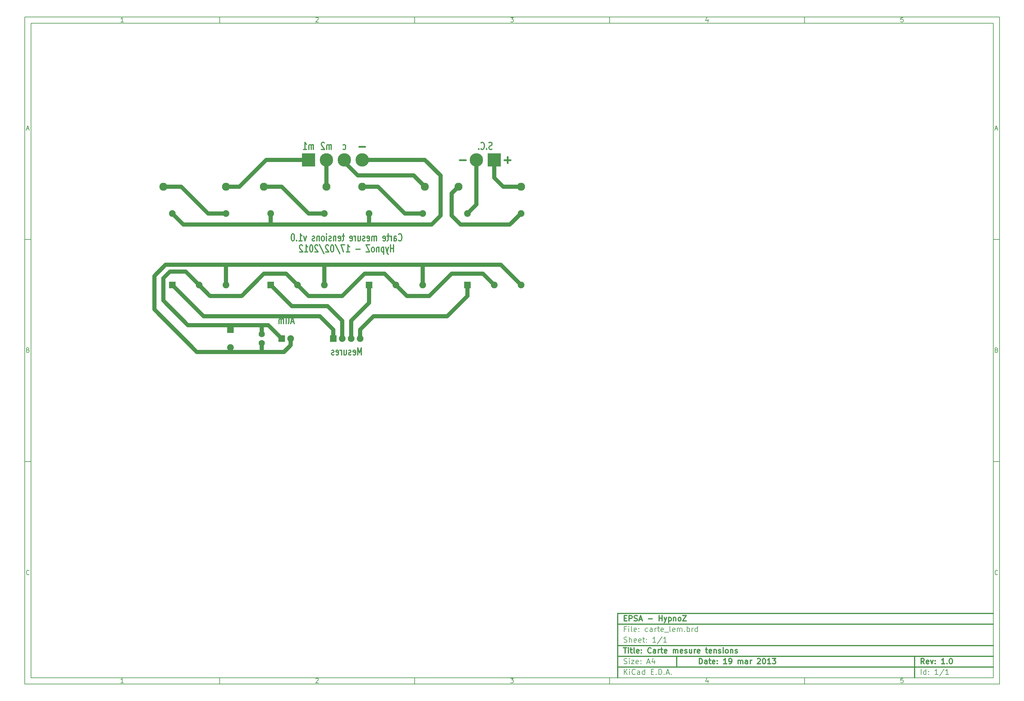
<source format=gbl>
G04 (created by PCBNEW-RS274X (2012-01-19 BZR 3256)-stable) date 19/03/2013 14:42:43*
G01*
G70*
G90*
%MOIN*%
G04 Gerber Fmt 3.4, Leading zero omitted, Abs format*
%FSLAX34Y34*%
G04 APERTURE LIST*
%ADD10C,0.006000*%
%ADD11C,0.012000*%
%ADD12C,0.020000*%
%ADD13R,0.075000X0.075000*%
%ADD14C,0.075000*%
%ADD15C,0.070000*%
%ADD16R,0.150000X0.150000*%
%ADD17C,0.150000*%
%ADD18C,0.090000*%
%ADD19C,0.045000*%
G04 APERTURE END LIST*
G54D10*
X04000Y-04000D02*
X113000Y-04000D01*
X113000Y-78670D01*
X04000Y-78670D01*
X04000Y-04000D01*
X04700Y-04700D02*
X112300Y-04700D01*
X112300Y-77970D01*
X04700Y-77970D01*
X04700Y-04700D01*
X25800Y-04000D02*
X25800Y-04700D01*
X15043Y-04552D02*
X14757Y-04552D01*
X14900Y-04552D02*
X14900Y-04052D01*
X14852Y-04124D01*
X14805Y-04171D01*
X14757Y-04195D01*
X25800Y-78670D02*
X25800Y-77970D01*
X15043Y-78522D02*
X14757Y-78522D01*
X14900Y-78522D02*
X14900Y-78022D01*
X14852Y-78094D01*
X14805Y-78141D01*
X14757Y-78165D01*
X47600Y-04000D02*
X47600Y-04700D01*
X36557Y-04100D02*
X36581Y-04076D01*
X36629Y-04052D01*
X36748Y-04052D01*
X36795Y-04076D01*
X36819Y-04100D01*
X36843Y-04148D01*
X36843Y-04195D01*
X36819Y-04267D01*
X36533Y-04552D01*
X36843Y-04552D01*
X47600Y-78670D02*
X47600Y-77970D01*
X36557Y-78070D02*
X36581Y-78046D01*
X36629Y-78022D01*
X36748Y-78022D01*
X36795Y-78046D01*
X36819Y-78070D01*
X36843Y-78118D01*
X36843Y-78165D01*
X36819Y-78237D01*
X36533Y-78522D01*
X36843Y-78522D01*
X69400Y-04000D02*
X69400Y-04700D01*
X58333Y-04052D02*
X58643Y-04052D01*
X58476Y-04243D01*
X58548Y-04243D01*
X58595Y-04267D01*
X58619Y-04290D01*
X58643Y-04338D01*
X58643Y-04457D01*
X58619Y-04505D01*
X58595Y-04529D01*
X58548Y-04552D01*
X58405Y-04552D01*
X58357Y-04529D01*
X58333Y-04505D01*
X69400Y-78670D02*
X69400Y-77970D01*
X58333Y-78022D02*
X58643Y-78022D01*
X58476Y-78213D01*
X58548Y-78213D01*
X58595Y-78237D01*
X58619Y-78260D01*
X58643Y-78308D01*
X58643Y-78427D01*
X58619Y-78475D01*
X58595Y-78499D01*
X58548Y-78522D01*
X58405Y-78522D01*
X58357Y-78499D01*
X58333Y-78475D01*
X91200Y-04000D02*
X91200Y-04700D01*
X80395Y-04219D02*
X80395Y-04552D01*
X80276Y-04029D02*
X80157Y-04386D01*
X80467Y-04386D01*
X91200Y-78670D02*
X91200Y-77970D01*
X80395Y-78189D02*
X80395Y-78522D01*
X80276Y-77999D02*
X80157Y-78356D01*
X80467Y-78356D01*
X102219Y-04052D02*
X101981Y-04052D01*
X101957Y-04290D01*
X101981Y-04267D01*
X102029Y-04243D01*
X102148Y-04243D01*
X102195Y-04267D01*
X102219Y-04290D01*
X102243Y-04338D01*
X102243Y-04457D01*
X102219Y-04505D01*
X102195Y-04529D01*
X102148Y-04552D01*
X102029Y-04552D01*
X101981Y-04529D01*
X101957Y-04505D01*
X102219Y-78022D02*
X101981Y-78022D01*
X101957Y-78260D01*
X101981Y-78237D01*
X102029Y-78213D01*
X102148Y-78213D01*
X102195Y-78237D01*
X102219Y-78260D01*
X102243Y-78308D01*
X102243Y-78427D01*
X102219Y-78475D01*
X102195Y-78499D01*
X102148Y-78522D01*
X102029Y-78522D01*
X101981Y-78499D01*
X101957Y-78475D01*
X04000Y-28890D02*
X04700Y-28890D01*
X04231Y-16510D02*
X04469Y-16510D01*
X04184Y-16652D02*
X04350Y-16152D01*
X04517Y-16652D01*
X113000Y-28890D02*
X112300Y-28890D01*
X112531Y-16510D02*
X112769Y-16510D01*
X112484Y-16652D02*
X112650Y-16152D01*
X112817Y-16652D01*
X04000Y-53780D02*
X04700Y-53780D01*
X04386Y-41280D02*
X04457Y-41304D01*
X04481Y-41328D01*
X04505Y-41376D01*
X04505Y-41447D01*
X04481Y-41495D01*
X04457Y-41519D01*
X04410Y-41542D01*
X04219Y-41542D01*
X04219Y-41042D01*
X04386Y-41042D01*
X04433Y-41066D01*
X04457Y-41090D01*
X04481Y-41138D01*
X04481Y-41185D01*
X04457Y-41233D01*
X04433Y-41257D01*
X04386Y-41280D01*
X04219Y-41280D01*
X113000Y-53780D02*
X112300Y-53780D01*
X112686Y-41280D02*
X112757Y-41304D01*
X112781Y-41328D01*
X112805Y-41376D01*
X112805Y-41447D01*
X112781Y-41495D01*
X112757Y-41519D01*
X112710Y-41542D01*
X112519Y-41542D01*
X112519Y-41042D01*
X112686Y-41042D01*
X112733Y-41066D01*
X112757Y-41090D01*
X112781Y-41138D01*
X112781Y-41185D01*
X112757Y-41233D01*
X112733Y-41257D01*
X112686Y-41280D01*
X112519Y-41280D01*
X04505Y-66385D02*
X04481Y-66409D01*
X04410Y-66432D01*
X04362Y-66432D01*
X04290Y-66409D01*
X04243Y-66361D01*
X04219Y-66313D01*
X04195Y-66218D01*
X04195Y-66147D01*
X04219Y-66051D01*
X04243Y-66004D01*
X04290Y-65956D01*
X04362Y-65932D01*
X04410Y-65932D01*
X04481Y-65956D01*
X04505Y-65980D01*
X112805Y-66385D02*
X112781Y-66409D01*
X112710Y-66432D01*
X112662Y-66432D01*
X112590Y-66409D01*
X112543Y-66361D01*
X112519Y-66313D01*
X112495Y-66218D01*
X112495Y-66147D01*
X112519Y-66051D01*
X112543Y-66004D01*
X112590Y-65956D01*
X112662Y-65932D01*
X112710Y-65932D01*
X112781Y-65956D01*
X112805Y-65980D01*
G54D11*
X79443Y-76413D02*
X79443Y-75813D01*
X79586Y-75813D01*
X79671Y-75841D01*
X79729Y-75899D01*
X79757Y-75956D01*
X79786Y-76070D01*
X79786Y-76156D01*
X79757Y-76270D01*
X79729Y-76327D01*
X79671Y-76384D01*
X79586Y-76413D01*
X79443Y-76413D01*
X80300Y-76413D02*
X80300Y-76099D01*
X80271Y-76041D01*
X80214Y-76013D01*
X80100Y-76013D01*
X80043Y-76041D01*
X80300Y-76384D02*
X80243Y-76413D01*
X80100Y-76413D01*
X80043Y-76384D01*
X80014Y-76327D01*
X80014Y-76270D01*
X80043Y-76213D01*
X80100Y-76184D01*
X80243Y-76184D01*
X80300Y-76156D01*
X80500Y-76013D02*
X80729Y-76013D01*
X80586Y-75813D02*
X80586Y-76327D01*
X80614Y-76384D01*
X80672Y-76413D01*
X80729Y-76413D01*
X81157Y-76384D02*
X81100Y-76413D01*
X80986Y-76413D01*
X80929Y-76384D01*
X80900Y-76327D01*
X80900Y-76099D01*
X80929Y-76041D01*
X80986Y-76013D01*
X81100Y-76013D01*
X81157Y-76041D01*
X81186Y-76099D01*
X81186Y-76156D01*
X80900Y-76213D01*
X81443Y-76356D02*
X81471Y-76384D01*
X81443Y-76413D01*
X81414Y-76384D01*
X81443Y-76356D01*
X81443Y-76413D01*
X81443Y-76041D02*
X81471Y-76070D01*
X81443Y-76099D01*
X81414Y-76070D01*
X81443Y-76041D01*
X81443Y-76099D01*
X82500Y-76413D02*
X82157Y-76413D01*
X82329Y-76413D02*
X82329Y-75813D01*
X82272Y-75899D01*
X82214Y-75956D01*
X82157Y-75984D01*
X82785Y-76413D02*
X82900Y-76413D01*
X82957Y-76384D01*
X82985Y-76356D01*
X83043Y-76270D01*
X83071Y-76156D01*
X83071Y-75927D01*
X83043Y-75870D01*
X83014Y-75841D01*
X82957Y-75813D01*
X82843Y-75813D01*
X82785Y-75841D01*
X82757Y-75870D01*
X82728Y-75927D01*
X82728Y-76070D01*
X82757Y-76127D01*
X82785Y-76156D01*
X82843Y-76184D01*
X82957Y-76184D01*
X83014Y-76156D01*
X83043Y-76127D01*
X83071Y-76070D01*
X83785Y-76413D02*
X83785Y-76013D01*
X83785Y-76070D02*
X83813Y-76041D01*
X83871Y-76013D01*
X83956Y-76013D01*
X84013Y-76041D01*
X84042Y-76099D01*
X84042Y-76413D01*
X84042Y-76099D02*
X84071Y-76041D01*
X84128Y-76013D01*
X84213Y-76013D01*
X84271Y-76041D01*
X84299Y-76099D01*
X84299Y-76413D01*
X84842Y-76413D02*
X84842Y-76099D01*
X84813Y-76041D01*
X84756Y-76013D01*
X84642Y-76013D01*
X84585Y-76041D01*
X84842Y-76384D02*
X84785Y-76413D01*
X84642Y-76413D01*
X84585Y-76384D01*
X84556Y-76327D01*
X84556Y-76270D01*
X84585Y-76213D01*
X84642Y-76184D01*
X84785Y-76184D01*
X84842Y-76156D01*
X85128Y-76413D02*
X85128Y-76013D01*
X85128Y-76127D02*
X85156Y-76070D01*
X85185Y-76041D01*
X85242Y-76013D01*
X85299Y-76013D01*
X85927Y-75870D02*
X85956Y-75841D01*
X86013Y-75813D01*
X86156Y-75813D01*
X86213Y-75841D01*
X86242Y-75870D01*
X86270Y-75927D01*
X86270Y-75984D01*
X86242Y-76070D01*
X85899Y-76413D01*
X86270Y-76413D01*
X86641Y-75813D02*
X86698Y-75813D01*
X86755Y-75841D01*
X86784Y-75870D01*
X86813Y-75927D01*
X86841Y-76041D01*
X86841Y-76184D01*
X86813Y-76299D01*
X86784Y-76356D01*
X86755Y-76384D01*
X86698Y-76413D01*
X86641Y-76413D01*
X86584Y-76384D01*
X86555Y-76356D01*
X86527Y-76299D01*
X86498Y-76184D01*
X86498Y-76041D01*
X86527Y-75927D01*
X86555Y-75870D01*
X86584Y-75841D01*
X86641Y-75813D01*
X87412Y-76413D02*
X87069Y-76413D01*
X87241Y-76413D02*
X87241Y-75813D01*
X87184Y-75899D01*
X87126Y-75956D01*
X87069Y-75984D01*
X87612Y-75813D02*
X87983Y-75813D01*
X87783Y-76041D01*
X87869Y-76041D01*
X87926Y-76070D01*
X87955Y-76099D01*
X87983Y-76156D01*
X87983Y-76299D01*
X87955Y-76356D01*
X87926Y-76384D01*
X87869Y-76413D01*
X87697Y-76413D01*
X87640Y-76384D01*
X87612Y-76356D01*
G54D10*
X71043Y-77613D02*
X71043Y-77013D01*
X71386Y-77613D02*
X71129Y-77270D01*
X71386Y-77013D02*
X71043Y-77356D01*
X71643Y-77613D02*
X71643Y-77213D01*
X71643Y-77013D02*
X71614Y-77041D01*
X71643Y-77070D01*
X71671Y-77041D01*
X71643Y-77013D01*
X71643Y-77070D01*
X72272Y-77556D02*
X72243Y-77584D01*
X72157Y-77613D01*
X72100Y-77613D01*
X72015Y-77584D01*
X71957Y-77527D01*
X71929Y-77470D01*
X71900Y-77356D01*
X71900Y-77270D01*
X71929Y-77156D01*
X71957Y-77099D01*
X72015Y-77041D01*
X72100Y-77013D01*
X72157Y-77013D01*
X72243Y-77041D01*
X72272Y-77070D01*
X72786Y-77613D02*
X72786Y-77299D01*
X72757Y-77241D01*
X72700Y-77213D01*
X72586Y-77213D01*
X72529Y-77241D01*
X72786Y-77584D02*
X72729Y-77613D01*
X72586Y-77613D01*
X72529Y-77584D01*
X72500Y-77527D01*
X72500Y-77470D01*
X72529Y-77413D01*
X72586Y-77384D01*
X72729Y-77384D01*
X72786Y-77356D01*
X73329Y-77613D02*
X73329Y-77013D01*
X73329Y-77584D02*
X73272Y-77613D01*
X73158Y-77613D01*
X73100Y-77584D01*
X73072Y-77556D01*
X73043Y-77499D01*
X73043Y-77327D01*
X73072Y-77270D01*
X73100Y-77241D01*
X73158Y-77213D01*
X73272Y-77213D01*
X73329Y-77241D01*
X74072Y-77299D02*
X74272Y-77299D01*
X74358Y-77613D02*
X74072Y-77613D01*
X74072Y-77013D01*
X74358Y-77013D01*
X74615Y-77556D02*
X74643Y-77584D01*
X74615Y-77613D01*
X74586Y-77584D01*
X74615Y-77556D01*
X74615Y-77613D01*
X74901Y-77613D02*
X74901Y-77013D01*
X75044Y-77013D01*
X75129Y-77041D01*
X75187Y-77099D01*
X75215Y-77156D01*
X75244Y-77270D01*
X75244Y-77356D01*
X75215Y-77470D01*
X75187Y-77527D01*
X75129Y-77584D01*
X75044Y-77613D01*
X74901Y-77613D01*
X75501Y-77556D02*
X75529Y-77584D01*
X75501Y-77613D01*
X75472Y-77584D01*
X75501Y-77556D01*
X75501Y-77613D01*
X75758Y-77441D02*
X76044Y-77441D01*
X75701Y-77613D02*
X75901Y-77013D01*
X76101Y-77613D01*
X76301Y-77556D02*
X76329Y-77584D01*
X76301Y-77613D01*
X76272Y-77584D01*
X76301Y-77556D01*
X76301Y-77613D01*
G54D11*
X104586Y-76413D02*
X104386Y-76127D01*
X104243Y-76413D02*
X104243Y-75813D01*
X104471Y-75813D01*
X104529Y-75841D01*
X104557Y-75870D01*
X104586Y-75927D01*
X104586Y-76013D01*
X104557Y-76070D01*
X104529Y-76099D01*
X104471Y-76127D01*
X104243Y-76127D01*
X105071Y-76384D02*
X105014Y-76413D01*
X104900Y-76413D01*
X104843Y-76384D01*
X104814Y-76327D01*
X104814Y-76099D01*
X104843Y-76041D01*
X104900Y-76013D01*
X105014Y-76013D01*
X105071Y-76041D01*
X105100Y-76099D01*
X105100Y-76156D01*
X104814Y-76213D01*
X105300Y-76013D02*
X105443Y-76413D01*
X105585Y-76013D01*
X105814Y-76356D02*
X105842Y-76384D01*
X105814Y-76413D01*
X105785Y-76384D01*
X105814Y-76356D01*
X105814Y-76413D01*
X105814Y-76041D02*
X105842Y-76070D01*
X105814Y-76099D01*
X105785Y-76070D01*
X105814Y-76041D01*
X105814Y-76099D01*
X106871Y-76413D02*
X106528Y-76413D01*
X106700Y-76413D02*
X106700Y-75813D01*
X106643Y-75899D01*
X106585Y-75956D01*
X106528Y-75984D01*
X107128Y-76356D02*
X107156Y-76384D01*
X107128Y-76413D01*
X107099Y-76384D01*
X107128Y-76356D01*
X107128Y-76413D01*
X107528Y-75813D02*
X107585Y-75813D01*
X107642Y-75841D01*
X107671Y-75870D01*
X107700Y-75927D01*
X107728Y-76041D01*
X107728Y-76184D01*
X107700Y-76299D01*
X107671Y-76356D01*
X107642Y-76384D01*
X107585Y-76413D01*
X107528Y-76413D01*
X107471Y-76384D01*
X107442Y-76356D01*
X107414Y-76299D01*
X107385Y-76184D01*
X107385Y-76041D01*
X107414Y-75927D01*
X107442Y-75870D01*
X107471Y-75841D01*
X107528Y-75813D01*
G54D10*
X71014Y-76384D02*
X71100Y-76413D01*
X71243Y-76413D01*
X71300Y-76384D01*
X71329Y-76356D01*
X71357Y-76299D01*
X71357Y-76241D01*
X71329Y-76184D01*
X71300Y-76156D01*
X71243Y-76127D01*
X71129Y-76099D01*
X71071Y-76070D01*
X71043Y-76041D01*
X71014Y-75984D01*
X71014Y-75927D01*
X71043Y-75870D01*
X71071Y-75841D01*
X71129Y-75813D01*
X71271Y-75813D01*
X71357Y-75841D01*
X71614Y-76413D02*
X71614Y-76013D01*
X71614Y-75813D02*
X71585Y-75841D01*
X71614Y-75870D01*
X71642Y-75841D01*
X71614Y-75813D01*
X71614Y-75870D01*
X71843Y-76013D02*
X72157Y-76013D01*
X71843Y-76413D01*
X72157Y-76413D01*
X72614Y-76384D02*
X72557Y-76413D01*
X72443Y-76413D01*
X72386Y-76384D01*
X72357Y-76327D01*
X72357Y-76099D01*
X72386Y-76041D01*
X72443Y-76013D01*
X72557Y-76013D01*
X72614Y-76041D01*
X72643Y-76099D01*
X72643Y-76156D01*
X72357Y-76213D01*
X72900Y-76356D02*
X72928Y-76384D01*
X72900Y-76413D01*
X72871Y-76384D01*
X72900Y-76356D01*
X72900Y-76413D01*
X72900Y-76041D02*
X72928Y-76070D01*
X72900Y-76099D01*
X72871Y-76070D01*
X72900Y-76041D01*
X72900Y-76099D01*
X73614Y-76241D02*
X73900Y-76241D01*
X73557Y-76413D02*
X73757Y-75813D01*
X73957Y-76413D01*
X74414Y-76013D02*
X74414Y-76413D01*
X74271Y-75784D02*
X74128Y-76213D01*
X74500Y-76213D01*
X104243Y-77613D02*
X104243Y-77013D01*
X104786Y-77613D02*
X104786Y-77013D01*
X104786Y-77584D02*
X104729Y-77613D01*
X104615Y-77613D01*
X104557Y-77584D01*
X104529Y-77556D01*
X104500Y-77499D01*
X104500Y-77327D01*
X104529Y-77270D01*
X104557Y-77241D01*
X104615Y-77213D01*
X104729Y-77213D01*
X104786Y-77241D01*
X105072Y-77556D02*
X105100Y-77584D01*
X105072Y-77613D01*
X105043Y-77584D01*
X105072Y-77556D01*
X105072Y-77613D01*
X105072Y-77241D02*
X105100Y-77270D01*
X105072Y-77299D01*
X105043Y-77270D01*
X105072Y-77241D01*
X105072Y-77299D01*
X106129Y-77613D02*
X105786Y-77613D01*
X105958Y-77613D02*
X105958Y-77013D01*
X105901Y-77099D01*
X105843Y-77156D01*
X105786Y-77184D01*
X106814Y-76984D02*
X106300Y-77756D01*
X107329Y-77613D02*
X106986Y-77613D01*
X107158Y-77613D02*
X107158Y-77013D01*
X107101Y-77099D01*
X107043Y-77156D01*
X106986Y-77184D01*
G54D11*
X70957Y-74613D02*
X71300Y-74613D01*
X71129Y-75213D02*
X71129Y-74613D01*
X71500Y-75213D02*
X71500Y-74813D01*
X71500Y-74613D02*
X71471Y-74641D01*
X71500Y-74670D01*
X71528Y-74641D01*
X71500Y-74613D01*
X71500Y-74670D01*
X71700Y-74813D02*
X71929Y-74813D01*
X71786Y-74613D02*
X71786Y-75127D01*
X71814Y-75184D01*
X71872Y-75213D01*
X71929Y-75213D01*
X72215Y-75213D02*
X72157Y-75184D01*
X72129Y-75127D01*
X72129Y-74613D01*
X72671Y-75184D02*
X72614Y-75213D01*
X72500Y-75213D01*
X72443Y-75184D01*
X72414Y-75127D01*
X72414Y-74899D01*
X72443Y-74841D01*
X72500Y-74813D01*
X72614Y-74813D01*
X72671Y-74841D01*
X72700Y-74899D01*
X72700Y-74956D01*
X72414Y-75013D01*
X72957Y-75156D02*
X72985Y-75184D01*
X72957Y-75213D01*
X72928Y-75184D01*
X72957Y-75156D01*
X72957Y-75213D01*
X72957Y-74841D02*
X72985Y-74870D01*
X72957Y-74899D01*
X72928Y-74870D01*
X72957Y-74841D01*
X72957Y-74899D01*
X74043Y-75156D02*
X74014Y-75184D01*
X73928Y-75213D01*
X73871Y-75213D01*
X73786Y-75184D01*
X73728Y-75127D01*
X73700Y-75070D01*
X73671Y-74956D01*
X73671Y-74870D01*
X73700Y-74756D01*
X73728Y-74699D01*
X73786Y-74641D01*
X73871Y-74613D01*
X73928Y-74613D01*
X74014Y-74641D01*
X74043Y-74670D01*
X74557Y-75213D02*
X74557Y-74899D01*
X74528Y-74841D01*
X74471Y-74813D01*
X74357Y-74813D01*
X74300Y-74841D01*
X74557Y-75184D02*
X74500Y-75213D01*
X74357Y-75213D01*
X74300Y-75184D01*
X74271Y-75127D01*
X74271Y-75070D01*
X74300Y-75013D01*
X74357Y-74984D01*
X74500Y-74984D01*
X74557Y-74956D01*
X74843Y-75213D02*
X74843Y-74813D01*
X74843Y-74927D02*
X74871Y-74870D01*
X74900Y-74841D01*
X74957Y-74813D01*
X75014Y-74813D01*
X75128Y-74813D02*
X75357Y-74813D01*
X75214Y-74613D02*
X75214Y-75127D01*
X75242Y-75184D01*
X75300Y-75213D01*
X75357Y-75213D01*
X75785Y-75184D02*
X75728Y-75213D01*
X75614Y-75213D01*
X75557Y-75184D01*
X75528Y-75127D01*
X75528Y-74899D01*
X75557Y-74841D01*
X75614Y-74813D01*
X75728Y-74813D01*
X75785Y-74841D01*
X75814Y-74899D01*
X75814Y-74956D01*
X75528Y-75013D01*
X76528Y-75213D02*
X76528Y-74813D01*
X76528Y-74870D02*
X76556Y-74841D01*
X76614Y-74813D01*
X76699Y-74813D01*
X76756Y-74841D01*
X76785Y-74899D01*
X76785Y-75213D01*
X76785Y-74899D02*
X76814Y-74841D01*
X76871Y-74813D01*
X76956Y-74813D01*
X77014Y-74841D01*
X77042Y-74899D01*
X77042Y-75213D01*
X77556Y-75184D02*
X77499Y-75213D01*
X77385Y-75213D01*
X77328Y-75184D01*
X77299Y-75127D01*
X77299Y-74899D01*
X77328Y-74841D01*
X77385Y-74813D01*
X77499Y-74813D01*
X77556Y-74841D01*
X77585Y-74899D01*
X77585Y-74956D01*
X77299Y-75013D01*
X77813Y-75184D02*
X77870Y-75213D01*
X77985Y-75213D01*
X78042Y-75184D01*
X78070Y-75127D01*
X78070Y-75099D01*
X78042Y-75041D01*
X77985Y-75013D01*
X77899Y-75013D01*
X77842Y-74984D01*
X77813Y-74927D01*
X77813Y-74899D01*
X77842Y-74841D01*
X77899Y-74813D01*
X77985Y-74813D01*
X78042Y-74841D01*
X78585Y-74813D02*
X78585Y-75213D01*
X78328Y-74813D02*
X78328Y-75127D01*
X78356Y-75184D01*
X78414Y-75213D01*
X78499Y-75213D01*
X78556Y-75184D01*
X78585Y-75156D01*
X78871Y-75213D02*
X78871Y-74813D01*
X78871Y-74927D02*
X78899Y-74870D01*
X78928Y-74841D01*
X78985Y-74813D01*
X79042Y-74813D01*
X79470Y-75184D02*
X79413Y-75213D01*
X79299Y-75213D01*
X79242Y-75184D01*
X79213Y-75127D01*
X79213Y-74899D01*
X79242Y-74841D01*
X79299Y-74813D01*
X79413Y-74813D01*
X79470Y-74841D01*
X79499Y-74899D01*
X79499Y-74956D01*
X79213Y-75013D01*
X80127Y-74813D02*
X80356Y-74813D01*
X80213Y-74613D02*
X80213Y-75127D01*
X80241Y-75184D01*
X80299Y-75213D01*
X80356Y-75213D01*
X80784Y-75184D02*
X80727Y-75213D01*
X80613Y-75213D01*
X80556Y-75184D01*
X80527Y-75127D01*
X80527Y-74899D01*
X80556Y-74841D01*
X80613Y-74813D01*
X80727Y-74813D01*
X80784Y-74841D01*
X80813Y-74899D01*
X80813Y-74956D01*
X80527Y-75013D01*
X81070Y-74813D02*
X81070Y-75213D01*
X81070Y-74870D02*
X81098Y-74841D01*
X81156Y-74813D01*
X81241Y-74813D01*
X81298Y-74841D01*
X81327Y-74899D01*
X81327Y-75213D01*
X81584Y-75184D02*
X81641Y-75213D01*
X81756Y-75213D01*
X81813Y-75184D01*
X81841Y-75127D01*
X81841Y-75099D01*
X81813Y-75041D01*
X81756Y-75013D01*
X81670Y-75013D01*
X81613Y-74984D01*
X81584Y-74927D01*
X81584Y-74899D01*
X81613Y-74841D01*
X81670Y-74813D01*
X81756Y-74813D01*
X81813Y-74841D01*
X82099Y-75213D02*
X82099Y-74813D01*
X82099Y-74613D02*
X82070Y-74641D01*
X82099Y-74670D01*
X82127Y-74641D01*
X82099Y-74613D01*
X82099Y-74670D01*
X82471Y-75213D02*
X82413Y-75184D01*
X82385Y-75156D01*
X82356Y-75099D01*
X82356Y-74927D01*
X82385Y-74870D01*
X82413Y-74841D01*
X82471Y-74813D01*
X82556Y-74813D01*
X82613Y-74841D01*
X82642Y-74870D01*
X82671Y-74927D01*
X82671Y-75099D01*
X82642Y-75156D01*
X82613Y-75184D01*
X82556Y-75213D01*
X82471Y-75213D01*
X82928Y-74813D02*
X82928Y-75213D01*
X82928Y-74870D02*
X82956Y-74841D01*
X83014Y-74813D01*
X83099Y-74813D01*
X83156Y-74841D01*
X83185Y-74899D01*
X83185Y-75213D01*
X83442Y-75184D02*
X83499Y-75213D01*
X83614Y-75213D01*
X83671Y-75184D01*
X83699Y-75127D01*
X83699Y-75099D01*
X83671Y-75041D01*
X83614Y-75013D01*
X83528Y-75013D01*
X83471Y-74984D01*
X83442Y-74927D01*
X83442Y-74899D01*
X83471Y-74841D01*
X83528Y-74813D01*
X83614Y-74813D01*
X83671Y-74841D01*
G54D10*
X71243Y-72499D02*
X71043Y-72499D01*
X71043Y-72813D02*
X71043Y-72213D01*
X71329Y-72213D01*
X71557Y-72813D02*
X71557Y-72413D01*
X71557Y-72213D02*
X71528Y-72241D01*
X71557Y-72270D01*
X71585Y-72241D01*
X71557Y-72213D01*
X71557Y-72270D01*
X71929Y-72813D02*
X71871Y-72784D01*
X71843Y-72727D01*
X71843Y-72213D01*
X72385Y-72784D02*
X72328Y-72813D01*
X72214Y-72813D01*
X72157Y-72784D01*
X72128Y-72727D01*
X72128Y-72499D01*
X72157Y-72441D01*
X72214Y-72413D01*
X72328Y-72413D01*
X72385Y-72441D01*
X72414Y-72499D01*
X72414Y-72556D01*
X72128Y-72613D01*
X72671Y-72756D02*
X72699Y-72784D01*
X72671Y-72813D01*
X72642Y-72784D01*
X72671Y-72756D01*
X72671Y-72813D01*
X72671Y-72441D02*
X72699Y-72470D01*
X72671Y-72499D01*
X72642Y-72470D01*
X72671Y-72441D01*
X72671Y-72499D01*
X73671Y-72784D02*
X73614Y-72813D01*
X73500Y-72813D01*
X73442Y-72784D01*
X73414Y-72756D01*
X73385Y-72699D01*
X73385Y-72527D01*
X73414Y-72470D01*
X73442Y-72441D01*
X73500Y-72413D01*
X73614Y-72413D01*
X73671Y-72441D01*
X74185Y-72813D02*
X74185Y-72499D01*
X74156Y-72441D01*
X74099Y-72413D01*
X73985Y-72413D01*
X73928Y-72441D01*
X74185Y-72784D02*
X74128Y-72813D01*
X73985Y-72813D01*
X73928Y-72784D01*
X73899Y-72727D01*
X73899Y-72670D01*
X73928Y-72613D01*
X73985Y-72584D01*
X74128Y-72584D01*
X74185Y-72556D01*
X74471Y-72813D02*
X74471Y-72413D01*
X74471Y-72527D02*
X74499Y-72470D01*
X74528Y-72441D01*
X74585Y-72413D01*
X74642Y-72413D01*
X74756Y-72413D02*
X74985Y-72413D01*
X74842Y-72213D02*
X74842Y-72727D01*
X74870Y-72784D01*
X74928Y-72813D01*
X74985Y-72813D01*
X75413Y-72784D02*
X75356Y-72813D01*
X75242Y-72813D01*
X75185Y-72784D01*
X75156Y-72727D01*
X75156Y-72499D01*
X75185Y-72441D01*
X75242Y-72413D01*
X75356Y-72413D01*
X75413Y-72441D01*
X75442Y-72499D01*
X75442Y-72556D01*
X75156Y-72613D01*
X75556Y-72870D02*
X76013Y-72870D01*
X76242Y-72813D02*
X76184Y-72784D01*
X76156Y-72727D01*
X76156Y-72213D01*
X76698Y-72784D02*
X76641Y-72813D01*
X76527Y-72813D01*
X76470Y-72784D01*
X76441Y-72727D01*
X76441Y-72499D01*
X76470Y-72441D01*
X76527Y-72413D01*
X76641Y-72413D01*
X76698Y-72441D01*
X76727Y-72499D01*
X76727Y-72556D01*
X76441Y-72613D01*
X76984Y-72813D02*
X76984Y-72413D01*
X76984Y-72470D02*
X77012Y-72441D01*
X77070Y-72413D01*
X77155Y-72413D01*
X77212Y-72441D01*
X77241Y-72499D01*
X77241Y-72813D01*
X77241Y-72499D02*
X77270Y-72441D01*
X77327Y-72413D01*
X77412Y-72413D01*
X77470Y-72441D01*
X77498Y-72499D01*
X77498Y-72813D01*
X77784Y-72756D02*
X77812Y-72784D01*
X77784Y-72813D01*
X77755Y-72784D01*
X77784Y-72756D01*
X77784Y-72813D01*
X78070Y-72813D02*
X78070Y-72213D01*
X78070Y-72441D02*
X78127Y-72413D01*
X78241Y-72413D01*
X78298Y-72441D01*
X78327Y-72470D01*
X78356Y-72527D01*
X78356Y-72699D01*
X78327Y-72756D01*
X78298Y-72784D01*
X78241Y-72813D01*
X78127Y-72813D01*
X78070Y-72784D01*
X78613Y-72813D02*
X78613Y-72413D01*
X78613Y-72527D02*
X78641Y-72470D01*
X78670Y-72441D01*
X78727Y-72413D01*
X78784Y-72413D01*
X79241Y-72813D02*
X79241Y-72213D01*
X79241Y-72784D02*
X79184Y-72813D01*
X79070Y-72813D01*
X79012Y-72784D01*
X78984Y-72756D01*
X78955Y-72699D01*
X78955Y-72527D01*
X78984Y-72470D01*
X79012Y-72441D01*
X79070Y-72413D01*
X79184Y-72413D01*
X79241Y-72441D01*
X71014Y-73984D02*
X71100Y-74013D01*
X71243Y-74013D01*
X71300Y-73984D01*
X71329Y-73956D01*
X71357Y-73899D01*
X71357Y-73841D01*
X71329Y-73784D01*
X71300Y-73756D01*
X71243Y-73727D01*
X71129Y-73699D01*
X71071Y-73670D01*
X71043Y-73641D01*
X71014Y-73584D01*
X71014Y-73527D01*
X71043Y-73470D01*
X71071Y-73441D01*
X71129Y-73413D01*
X71271Y-73413D01*
X71357Y-73441D01*
X71614Y-74013D02*
X71614Y-73413D01*
X71871Y-74013D02*
X71871Y-73699D01*
X71842Y-73641D01*
X71785Y-73613D01*
X71700Y-73613D01*
X71642Y-73641D01*
X71614Y-73670D01*
X72385Y-73984D02*
X72328Y-74013D01*
X72214Y-74013D01*
X72157Y-73984D01*
X72128Y-73927D01*
X72128Y-73699D01*
X72157Y-73641D01*
X72214Y-73613D01*
X72328Y-73613D01*
X72385Y-73641D01*
X72414Y-73699D01*
X72414Y-73756D01*
X72128Y-73813D01*
X72899Y-73984D02*
X72842Y-74013D01*
X72728Y-74013D01*
X72671Y-73984D01*
X72642Y-73927D01*
X72642Y-73699D01*
X72671Y-73641D01*
X72728Y-73613D01*
X72842Y-73613D01*
X72899Y-73641D01*
X72928Y-73699D01*
X72928Y-73756D01*
X72642Y-73813D01*
X73099Y-73613D02*
X73328Y-73613D01*
X73185Y-73413D02*
X73185Y-73927D01*
X73213Y-73984D01*
X73271Y-74013D01*
X73328Y-74013D01*
X73528Y-73956D02*
X73556Y-73984D01*
X73528Y-74013D01*
X73499Y-73984D01*
X73528Y-73956D01*
X73528Y-74013D01*
X73528Y-73641D02*
X73556Y-73670D01*
X73528Y-73699D01*
X73499Y-73670D01*
X73528Y-73641D01*
X73528Y-73699D01*
X74585Y-74013D02*
X74242Y-74013D01*
X74414Y-74013D02*
X74414Y-73413D01*
X74357Y-73499D01*
X74299Y-73556D01*
X74242Y-73584D01*
X75270Y-73384D02*
X74756Y-74156D01*
X75785Y-74013D02*
X75442Y-74013D01*
X75614Y-74013D02*
X75614Y-73413D01*
X75557Y-73499D01*
X75499Y-73556D01*
X75442Y-73584D01*
G54D11*
X71043Y-71299D02*
X71243Y-71299D01*
X71329Y-71613D02*
X71043Y-71613D01*
X71043Y-71013D01*
X71329Y-71013D01*
X71586Y-71613D02*
X71586Y-71013D01*
X71814Y-71013D01*
X71872Y-71041D01*
X71900Y-71070D01*
X71929Y-71127D01*
X71929Y-71213D01*
X71900Y-71270D01*
X71872Y-71299D01*
X71814Y-71327D01*
X71586Y-71327D01*
X72157Y-71584D02*
X72243Y-71613D01*
X72386Y-71613D01*
X72443Y-71584D01*
X72472Y-71556D01*
X72500Y-71499D01*
X72500Y-71441D01*
X72472Y-71384D01*
X72443Y-71356D01*
X72386Y-71327D01*
X72272Y-71299D01*
X72214Y-71270D01*
X72186Y-71241D01*
X72157Y-71184D01*
X72157Y-71127D01*
X72186Y-71070D01*
X72214Y-71041D01*
X72272Y-71013D01*
X72414Y-71013D01*
X72500Y-71041D01*
X72728Y-71441D02*
X73014Y-71441D01*
X72671Y-71613D02*
X72871Y-71013D01*
X73071Y-71613D01*
X73728Y-71384D02*
X74185Y-71384D01*
X74928Y-71613D02*
X74928Y-71013D01*
X74928Y-71299D02*
X75271Y-71299D01*
X75271Y-71613D02*
X75271Y-71013D01*
X75500Y-71213D02*
X75643Y-71613D01*
X75785Y-71213D02*
X75643Y-71613D01*
X75585Y-71756D01*
X75557Y-71784D01*
X75500Y-71813D01*
X76014Y-71213D02*
X76014Y-71813D01*
X76014Y-71241D02*
X76071Y-71213D01*
X76185Y-71213D01*
X76242Y-71241D01*
X76271Y-71270D01*
X76300Y-71327D01*
X76300Y-71499D01*
X76271Y-71556D01*
X76242Y-71584D01*
X76185Y-71613D01*
X76071Y-71613D01*
X76014Y-71584D01*
X76557Y-71213D02*
X76557Y-71613D01*
X76557Y-71270D02*
X76585Y-71241D01*
X76643Y-71213D01*
X76728Y-71213D01*
X76785Y-71241D01*
X76814Y-71299D01*
X76814Y-71613D01*
X77186Y-71613D02*
X77128Y-71584D01*
X77100Y-71556D01*
X77071Y-71499D01*
X77071Y-71327D01*
X77100Y-71270D01*
X77128Y-71241D01*
X77186Y-71213D01*
X77271Y-71213D01*
X77328Y-71241D01*
X77357Y-71270D01*
X77386Y-71327D01*
X77386Y-71499D01*
X77357Y-71556D01*
X77328Y-71584D01*
X77271Y-71613D01*
X77186Y-71613D01*
X77586Y-71013D02*
X77986Y-71013D01*
X77586Y-71613D01*
X77986Y-71613D01*
X70300Y-70770D02*
X70300Y-77970D01*
X70300Y-71970D02*
X112300Y-71970D01*
X70300Y-70770D02*
X112300Y-70770D01*
X70300Y-74370D02*
X112300Y-74370D01*
X103500Y-75570D02*
X103500Y-77970D01*
X70300Y-76770D02*
X112300Y-76770D01*
X70300Y-75570D02*
X112300Y-75570D01*
X76900Y-75570D02*
X76900Y-76770D01*
G54D12*
X53343Y-20021D02*
X52657Y-20021D01*
X42093Y-18521D02*
X41407Y-18521D01*
X58343Y-20021D02*
X57657Y-20021D01*
X58000Y-20364D02*
X58000Y-19679D01*
G54D11*
X56257Y-18786D02*
X56171Y-18824D01*
X56028Y-18824D01*
X55971Y-18786D01*
X55942Y-18748D01*
X55914Y-18671D01*
X55914Y-18595D01*
X55942Y-18519D01*
X55971Y-18481D01*
X56028Y-18443D01*
X56142Y-18405D01*
X56200Y-18367D01*
X56228Y-18329D01*
X56257Y-18252D01*
X56257Y-18176D01*
X56228Y-18100D01*
X56200Y-18062D01*
X56142Y-18024D01*
X56000Y-18024D01*
X55914Y-18062D01*
X55657Y-18748D02*
X55629Y-18786D01*
X55657Y-18824D01*
X55686Y-18786D01*
X55657Y-18748D01*
X55657Y-18824D01*
X55028Y-18748D02*
X55057Y-18786D01*
X55143Y-18824D01*
X55200Y-18824D01*
X55285Y-18786D01*
X55343Y-18710D01*
X55371Y-18633D01*
X55400Y-18481D01*
X55400Y-18367D01*
X55371Y-18214D01*
X55343Y-18138D01*
X55285Y-18062D01*
X55200Y-18024D01*
X55143Y-18024D01*
X55057Y-18062D01*
X55028Y-18100D01*
X54771Y-18748D02*
X54743Y-18786D01*
X54771Y-18824D01*
X54800Y-18786D01*
X54771Y-18748D01*
X54771Y-18824D01*
X39607Y-18786D02*
X39664Y-18824D01*
X39778Y-18824D01*
X39836Y-18786D01*
X39864Y-18748D01*
X39893Y-18671D01*
X39893Y-18443D01*
X39864Y-18367D01*
X39836Y-18329D01*
X39778Y-18290D01*
X39664Y-18290D01*
X39607Y-18329D01*
X38292Y-18824D02*
X38292Y-18290D01*
X38292Y-18367D02*
X38264Y-18329D01*
X38206Y-18290D01*
X38121Y-18290D01*
X38064Y-18329D01*
X38035Y-18405D01*
X38035Y-18824D01*
X38035Y-18405D02*
X38006Y-18329D01*
X37949Y-18290D01*
X37864Y-18290D01*
X37806Y-18329D01*
X37778Y-18405D01*
X37778Y-18824D01*
X37521Y-18100D02*
X37492Y-18062D01*
X37435Y-18024D01*
X37292Y-18024D01*
X37235Y-18062D01*
X37206Y-18100D01*
X37178Y-18176D01*
X37178Y-18252D01*
X37206Y-18367D01*
X37549Y-18824D01*
X37178Y-18824D01*
X36292Y-18824D02*
X36292Y-18290D01*
X36292Y-18367D02*
X36264Y-18329D01*
X36206Y-18290D01*
X36121Y-18290D01*
X36064Y-18329D01*
X36035Y-18405D01*
X36035Y-18824D01*
X36035Y-18405D02*
X36006Y-18329D01*
X35949Y-18290D01*
X35864Y-18290D01*
X35806Y-18329D01*
X35778Y-18405D01*
X35778Y-18824D01*
X35178Y-18824D02*
X35521Y-18824D01*
X35349Y-18824D02*
X35349Y-18024D01*
X35406Y-18138D01*
X35464Y-18214D01*
X35521Y-18252D01*
X34093Y-38095D02*
X33807Y-38095D01*
X34150Y-38324D02*
X33950Y-37524D01*
X33750Y-38324D01*
X33464Y-38324D02*
X33522Y-38286D01*
X33550Y-38210D01*
X33550Y-37524D01*
X33236Y-38324D02*
X33236Y-37790D01*
X33236Y-37524D02*
X33265Y-37562D01*
X33236Y-37600D01*
X33208Y-37562D01*
X33236Y-37524D01*
X33236Y-37600D01*
X32950Y-38324D02*
X32950Y-37790D01*
X32950Y-37867D02*
X32922Y-37829D01*
X32864Y-37790D01*
X32779Y-37790D01*
X32722Y-37829D01*
X32693Y-37905D01*
X32693Y-38324D01*
X32693Y-37905D02*
X32664Y-37829D01*
X32607Y-37790D01*
X32522Y-37790D01*
X32464Y-37829D01*
X32436Y-37905D01*
X32436Y-38324D01*
X45813Y-28998D02*
X45842Y-29036D01*
X45928Y-29074D01*
X45985Y-29074D01*
X46070Y-29036D01*
X46128Y-28960D01*
X46156Y-28883D01*
X46185Y-28731D01*
X46185Y-28617D01*
X46156Y-28464D01*
X46128Y-28388D01*
X46070Y-28312D01*
X45985Y-28274D01*
X45928Y-28274D01*
X45842Y-28312D01*
X45813Y-28350D01*
X45299Y-29074D02*
X45299Y-28655D01*
X45328Y-28579D01*
X45385Y-28540D01*
X45499Y-28540D01*
X45556Y-28579D01*
X45299Y-29036D02*
X45356Y-29074D01*
X45499Y-29074D01*
X45556Y-29036D01*
X45585Y-28960D01*
X45585Y-28883D01*
X45556Y-28807D01*
X45499Y-28769D01*
X45356Y-28769D01*
X45299Y-28731D01*
X45013Y-29074D02*
X45013Y-28540D01*
X45013Y-28693D02*
X44985Y-28617D01*
X44956Y-28579D01*
X44899Y-28540D01*
X44842Y-28540D01*
X44728Y-28540D02*
X44499Y-28540D01*
X44642Y-28274D02*
X44642Y-28960D01*
X44614Y-29036D01*
X44556Y-29074D01*
X44499Y-29074D01*
X44071Y-29036D02*
X44128Y-29074D01*
X44242Y-29074D01*
X44299Y-29036D01*
X44328Y-28960D01*
X44328Y-28655D01*
X44299Y-28579D01*
X44242Y-28540D01*
X44128Y-28540D01*
X44071Y-28579D01*
X44042Y-28655D01*
X44042Y-28731D01*
X44328Y-28807D01*
X43328Y-29074D02*
X43328Y-28540D01*
X43328Y-28617D02*
X43300Y-28579D01*
X43242Y-28540D01*
X43157Y-28540D01*
X43100Y-28579D01*
X43071Y-28655D01*
X43071Y-29074D01*
X43071Y-28655D02*
X43042Y-28579D01*
X42985Y-28540D01*
X42900Y-28540D01*
X42842Y-28579D01*
X42814Y-28655D01*
X42814Y-29074D01*
X42300Y-29036D02*
X42357Y-29074D01*
X42471Y-29074D01*
X42528Y-29036D01*
X42557Y-28960D01*
X42557Y-28655D01*
X42528Y-28579D01*
X42471Y-28540D01*
X42357Y-28540D01*
X42300Y-28579D01*
X42271Y-28655D01*
X42271Y-28731D01*
X42557Y-28807D01*
X42043Y-29036D02*
X41986Y-29074D01*
X41871Y-29074D01*
X41814Y-29036D01*
X41786Y-28960D01*
X41786Y-28921D01*
X41814Y-28845D01*
X41871Y-28807D01*
X41957Y-28807D01*
X42014Y-28769D01*
X42043Y-28693D01*
X42043Y-28655D01*
X42014Y-28579D01*
X41957Y-28540D01*
X41871Y-28540D01*
X41814Y-28579D01*
X41271Y-28540D02*
X41271Y-29074D01*
X41528Y-28540D02*
X41528Y-28960D01*
X41500Y-29036D01*
X41442Y-29074D01*
X41357Y-29074D01*
X41300Y-29036D01*
X41271Y-28998D01*
X40985Y-29074D02*
X40985Y-28540D01*
X40985Y-28693D02*
X40957Y-28617D01*
X40928Y-28579D01*
X40871Y-28540D01*
X40814Y-28540D01*
X40386Y-29036D02*
X40443Y-29074D01*
X40557Y-29074D01*
X40614Y-29036D01*
X40643Y-28960D01*
X40643Y-28655D01*
X40614Y-28579D01*
X40557Y-28540D01*
X40443Y-28540D01*
X40386Y-28579D01*
X40357Y-28655D01*
X40357Y-28731D01*
X40643Y-28807D01*
X39729Y-28540D02*
X39500Y-28540D01*
X39643Y-28274D02*
X39643Y-28960D01*
X39615Y-29036D01*
X39557Y-29074D01*
X39500Y-29074D01*
X39072Y-29036D02*
X39129Y-29074D01*
X39243Y-29074D01*
X39300Y-29036D01*
X39329Y-28960D01*
X39329Y-28655D01*
X39300Y-28579D01*
X39243Y-28540D01*
X39129Y-28540D01*
X39072Y-28579D01*
X39043Y-28655D01*
X39043Y-28731D01*
X39329Y-28807D01*
X38786Y-28540D02*
X38786Y-29074D01*
X38786Y-28617D02*
X38758Y-28579D01*
X38700Y-28540D01*
X38615Y-28540D01*
X38558Y-28579D01*
X38529Y-28655D01*
X38529Y-29074D01*
X38272Y-29036D02*
X38215Y-29074D01*
X38100Y-29074D01*
X38043Y-29036D01*
X38015Y-28960D01*
X38015Y-28921D01*
X38043Y-28845D01*
X38100Y-28807D01*
X38186Y-28807D01*
X38243Y-28769D01*
X38272Y-28693D01*
X38272Y-28655D01*
X38243Y-28579D01*
X38186Y-28540D01*
X38100Y-28540D01*
X38043Y-28579D01*
X37757Y-29074D02*
X37757Y-28540D01*
X37757Y-28274D02*
X37786Y-28312D01*
X37757Y-28350D01*
X37729Y-28312D01*
X37757Y-28274D01*
X37757Y-28350D01*
X37385Y-29074D02*
X37443Y-29036D01*
X37471Y-28998D01*
X37500Y-28921D01*
X37500Y-28693D01*
X37471Y-28617D01*
X37443Y-28579D01*
X37385Y-28540D01*
X37300Y-28540D01*
X37243Y-28579D01*
X37214Y-28617D01*
X37185Y-28693D01*
X37185Y-28921D01*
X37214Y-28998D01*
X37243Y-29036D01*
X37300Y-29074D01*
X37385Y-29074D01*
X36928Y-28540D02*
X36928Y-29074D01*
X36928Y-28617D02*
X36900Y-28579D01*
X36842Y-28540D01*
X36757Y-28540D01*
X36700Y-28579D01*
X36671Y-28655D01*
X36671Y-29074D01*
X36414Y-29036D02*
X36357Y-29074D01*
X36242Y-29074D01*
X36185Y-29036D01*
X36157Y-28960D01*
X36157Y-28921D01*
X36185Y-28845D01*
X36242Y-28807D01*
X36328Y-28807D01*
X36385Y-28769D01*
X36414Y-28693D01*
X36414Y-28655D01*
X36385Y-28579D01*
X36328Y-28540D01*
X36242Y-28540D01*
X36185Y-28579D01*
X35499Y-28540D02*
X35356Y-29074D01*
X35214Y-28540D01*
X34671Y-29074D02*
X35014Y-29074D01*
X34842Y-29074D02*
X34842Y-28274D01*
X34899Y-28388D01*
X34957Y-28464D01*
X35014Y-28502D01*
X34414Y-28998D02*
X34386Y-29036D01*
X34414Y-29074D01*
X34443Y-29036D01*
X34414Y-28998D01*
X34414Y-29074D01*
X34014Y-28274D02*
X33957Y-28274D01*
X33900Y-28312D01*
X33871Y-28350D01*
X33842Y-28426D01*
X33814Y-28579D01*
X33814Y-28769D01*
X33842Y-28921D01*
X33871Y-28998D01*
X33900Y-29036D01*
X33957Y-29074D01*
X34014Y-29074D01*
X34071Y-29036D01*
X34100Y-28998D01*
X34128Y-28921D01*
X34157Y-28769D01*
X34157Y-28579D01*
X34128Y-28426D01*
X34100Y-28350D01*
X34071Y-28312D01*
X34014Y-28274D01*
X45241Y-30314D02*
X45241Y-29514D01*
X45241Y-29895D02*
X44898Y-29895D01*
X44898Y-30314D02*
X44898Y-29514D01*
X44669Y-29780D02*
X44526Y-30314D01*
X44384Y-29780D02*
X44526Y-30314D01*
X44584Y-30504D01*
X44612Y-30542D01*
X44669Y-30580D01*
X44155Y-29780D02*
X44155Y-30580D01*
X44155Y-29819D02*
X44098Y-29780D01*
X43984Y-29780D01*
X43927Y-29819D01*
X43898Y-29857D01*
X43869Y-29933D01*
X43869Y-30161D01*
X43898Y-30238D01*
X43927Y-30276D01*
X43984Y-30314D01*
X44098Y-30314D01*
X44155Y-30276D01*
X43612Y-29780D02*
X43612Y-30314D01*
X43612Y-29857D02*
X43584Y-29819D01*
X43526Y-29780D01*
X43441Y-29780D01*
X43384Y-29819D01*
X43355Y-29895D01*
X43355Y-30314D01*
X42983Y-30314D02*
X43041Y-30276D01*
X43069Y-30238D01*
X43098Y-30161D01*
X43098Y-29933D01*
X43069Y-29857D01*
X43041Y-29819D01*
X42983Y-29780D01*
X42898Y-29780D01*
X42841Y-29819D01*
X42812Y-29857D01*
X42783Y-29933D01*
X42783Y-30161D01*
X42812Y-30238D01*
X42841Y-30276D01*
X42898Y-30314D01*
X42983Y-30314D01*
X42583Y-29514D02*
X42183Y-29514D01*
X42583Y-30314D01*
X42183Y-30314D01*
X41498Y-30009D02*
X41041Y-30009D01*
X39984Y-30314D02*
X40327Y-30314D01*
X40155Y-30314D02*
X40155Y-29514D01*
X40212Y-29628D01*
X40270Y-29704D01*
X40327Y-29742D01*
X39784Y-29514D02*
X39384Y-29514D01*
X39641Y-30314D01*
X38728Y-29476D02*
X39242Y-30504D01*
X38413Y-29514D02*
X38356Y-29514D01*
X38299Y-29552D01*
X38270Y-29590D01*
X38241Y-29666D01*
X38213Y-29819D01*
X38213Y-30009D01*
X38241Y-30161D01*
X38270Y-30238D01*
X38299Y-30276D01*
X38356Y-30314D01*
X38413Y-30314D01*
X38470Y-30276D01*
X38499Y-30238D01*
X38527Y-30161D01*
X38556Y-30009D01*
X38556Y-29819D01*
X38527Y-29666D01*
X38499Y-29590D01*
X38470Y-29552D01*
X38413Y-29514D01*
X37985Y-29590D02*
X37956Y-29552D01*
X37899Y-29514D01*
X37756Y-29514D01*
X37699Y-29552D01*
X37670Y-29590D01*
X37642Y-29666D01*
X37642Y-29742D01*
X37670Y-29857D01*
X38013Y-30314D01*
X37642Y-30314D01*
X36957Y-29476D02*
X37471Y-30504D01*
X36785Y-29590D02*
X36756Y-29552D01*
X36699Y-29514D01*
X36556Y-29514D01*
X36499Y-29552D01*
X36470Y-29590D01*
X36442Y-29666D01*
X36442Y-29742D01*
X36470Y-29857D01*
X36813Y-30314D01*
X36442Y-30314D01*
X36071Y-29514D02*
X36014Y-29514D01*
X35957Y-29552D01*
X35928Y-29590D01*
X35899Y-29666D01*
X35871Y-29819D01*
X35871Y-30009D01*
X35899Y-30161D01*
X35928Y-30238D01*
X35957Y-30276D01*
X36014Y-30314D01*
X36071Y-30314D01*
X36128Y-30276D01*
X36157Y-30238D01*
X36185Y-30161D01*
X36214Y-30009D01*
X36214Y-29819D01*
X36185Y-29666D01*
X36157Y-29590D01*
X36128Y-29552D01*
X36071Y-29514D01*
X35300Y-30314D02*
X35643Y-30314D01*
X35471Y-30314D02*
X35471Y-29514D01*
X35528Y-29628D01*
X35586Y-29704D01*
X35643Y-29742D01*
X35072Y-29590D02*
X35043Y-29552D01*
X34986Y-29514D01*
X34843Y-29514D01*
X34786Y-29552D01*
X34757Y-29590D01*
X34729Y-29666D01*
X34729Y-29742D01*
X34757Y-29857D01*
X35100Y-30314D01*
X34729Y-30314D01*
X41657Y-41824D02*
X41657Y-41024D01*
X41457Y-41595D01*
X41257Y-41024D01*
X41257Y-41824D01*
X40743Y-41786D02*
X40800Y-41824D01*
X40914Y-41824D01*
X40971Y-41786D01*
X41000Y-41710D01*
X41000Y-41405D01*
X40971Y-41329D01*
X40914Y-41290D01*
X40800Y-41290D01*
X40743Y-41329D01*
X40714Y-41405D01*
X40714Y-41481D01*
X41000Y-41557D01*
X40486Y-41786D02*
X40429Y-41824D01*
X40314Y-41824D01*
X40257Y-41786D01*
X40229Y-41710D01*
X40229Y-41671D01*
X40257Y-41595D01*
X40314Y-41557D01*
X40400Y-41557D01*
X40457Y-41519D01*
X40486Y-41443D01*
X40486Y-41405D01*
X40457Y-41329D01*
X40400Y-41290D01*
X40314Y-41290D01*
X40257Y-41329D01*
X39714Y-41290D02*
X39714Y-41824D01*
X39971Y-41290D02*
X39971Y-41710D01*
X39943Y-41786D01*
X39885Y-41824D01*
X39800Y-41824D01*
X39743Y-41786D01*
X39714Y-41748D01*
X39428Y-41824D02*
X39428Y-41290D01*
X39428Y-41443D02*
X39400Y-41367D01*
X39371Y-41329D01*
X39314Y-41290D01*
X39257Y-41290D01*
X38829Y-41786D02*
X38886Y-41824D01*
X39000Y-41824D01*
X39057Y-41786D01*
X39086Y-41710D01*
X39086Y-41405D01*
X39057Y-41329D01*
X39000Y-41290D01*
X38886Y-41290D01*
X38829Y-41329D01*
X38800Y-41405D01*
X38800Y-41481D01*
X39086Y-41557D01*
X38572Y-41786D02*
X38515Y-41824D01*
X38400Y-41824D01*
X38343Y-41786D01*
X38315Y-41710D01*
X38315Y-41671D01*
X38343Y-41595D01*
X38400Y-41557D01*
X38486Y-41557D01*
X38543Y-41519D01*
X38572Y-41443D01*
X38572Y-41405D01*
X38543Y-41329D01*
X38486Y-41290D01*
X38400Y-41290D01*
X38343Y-41329D01*
G54D13*
X32750Y-40000D03*
G54D14*
X33750Y-40000D03*
X48500Y-26000D03*
X42500Y-26000D03*
X48500Y-34000D03*
X45500Y-34000D03*
G54D13*
X42500Y-34000D03*
G54D14*
X37500Y-26000D03*
X31500Y-26000D03*
X37500Y-34000D03*
X34500Y-34000D03*
G54D13*
X31500Y-34000D03*
G54D14*
X59500Y-26000D03*
X53500Y-26000D03*
X59500Y-34000D03*
X56500Y-34000D03*
G54D13*
X53500Y-34000D03*
G54D14*
X26500Y-26000D03*
X20500Y-26000D03*
X26500Y-34000D03*
X23500Y-34000D03*
G54D13*
X20500Y-34000D03*
G54D15*
X30500Y-39500D03*
X30500Y-40500D03*
G54D13*
X27000Y-39000D03*
G54D14*
X27000Y-41000D03*
X41500Y-40000D03*
X40500Y-40000D03*
G54D13*
X38500Y-40000D03*
G54D14*
X39500Y-40000D03*
G54D16*
X56500Y-20000D03*
G54D17*
X54500Y-20000D03*
G54D18*
X26500Y-23000D03*
X19500Y-23000D03*
X37750Y-23000D03*
X30750Y-23000D03*
X48750Y-23000D03*
X41750Y-23000D03*
X59500Y-23000D03*
X52500Y-23000D03*
G54D17*
X37750Y-20000D03*
X39750Y-20000D03*
G54D16*
X35750Y-20000D03*
G54D17*
X41750Y-20000D03*
G54D19*
X33000Y-41500D02*
X33750Y-40750D01*
X30500Y-40500D02*
X30500Y-41500D01*
X48500Y-32500D02*
X48500Y-31750D01*
X48500Y-31750D02*
X57250Y-31750D01*
X29000Y-31750D02*
X37500Y-31750D01*
X19750Y-31750D02*
X18500Y-33000D01*
X27000Y-41000D02*
X27000Y-41500D01*
X37500Y-31750D02*
X48500Y-31750D01*
X33000Y-41500D02*
X30500Y-41500D01*
X30500Y-41500D02*
X27000Y-41500D01*
X19750Y-31750D02*
X26500Y-31750D01*
X23250Y-41500D02*
X18500Y-36750D01*
X48500Y-34000D02*
X48500Y-32500D01*
X18500Y-36750D02*
X18500Y-33000D01*
X27000Y-41500D02*
X23250Y-41500D01*
X37500Y-32500D02*
X37500Y-31750D01*
X26500Y-31750D02*
X29000Y-31750D01*
X57250Y-31750D02*
X58000Y-32500D01*
X33750Y-40750D02*
X33750Y-40000D01*
X58000Y-32500D02*
X59500Y-34000D01*
X37500Y-34000D02*
X37500Y-32500D01*
X26500Y-34000D02*
X26500Y-31750D01*
X40500Y-39500D02*
X40500Y-38000D01*
X40500Y-40000D02*
X40500Y-39500D01*
X42500Y-36000D02*
X42500Y-34000D01*
X40500Y-38000D02*
X42500Y-36000D01*
X20500Y-34000D02*
X24000Y-37500D01*
X38500Y-40000D02*
X38500Y-39000D01*
X24000Y-37500D02*
X24500Y-37500D01*
X37000Y-37500D02*
X36000Y-37500D01*
X38500Y-39000D02*
X37000Y-37500D01*
X24500Y-37500D02*
X36000Y-37500D01*
X39500Y-38000D02*
X39500Y-39250D01*
X33875Y-36375D02*
X37875Y-36375D01*
X37875Y-36375D02*
X38500Y-37000D01*
X38500Y-37000D02*
X39500Y-38000D01*
X31500Y-34000D02*
X33875Y-36375D01*
X39500Y-39250D02*
X39500Y-40000D01*
X43250Y-37500D02*
X51250Y-37500D01*
X51250Y-37500D02*
X53500Y-35250D01*
X53500Y-35250D02*
X53500Y-34000D01*
X41500Y-39000D02*
X43000Y-37500D01*
X41500Y-40000D02*
X41500Y-39000D01*
X43000Y-37500D02*
X43250Y-37500D01*
X31500Y-26000D02*
X31500Y-27250D01*
X21750Y-27250D02*
X31500Y-27250D01*
X20500Y-26000D02*
X21750Y-27250D01*
X41750Y-20000D02*
X48750Y-20000D01*
X48750Y-20000D02*
X50500Y-21750D01*
X50500Y-21750D02*
X50500Y-26250D01*
X50500Y-26250D02*
X49500Y-27250D01*
X49500Y-27250D02*
X42500Y-27250D01*
X42500Y-27250D02*
X41250Y-27250D01*
X31500Y-27250D02*
X41250Y-27250D01*
X42500Y-26000D02*
X42500Y-27250D01*
X56500Y-22000D02*
X56500Y-20000D01*
X59500Y-23000D02*
X57500Y-23000D01*
X56500Y-22000D02*
X57500Y-23000D01*
X54500Y-25000D02*
X53500Y-26000D01*
X54500Y-20000D02*
X54500Y-25000D01*
X52750Y-27250D02*
X54000Y-27250D01*
X58250Y-27250D02*
X59500Y-26000D01*
X54000Y-27250D02*
X58250Y-27250D01*
X52500Y-23000D02*
X51750Y-23750D01*
X51750Y-23750D02*
X51750Y-24250D01*
X51750Y-26250D02*
X52750Y-27250D01*
X51750Y-24250D02*
X51750Y-26250D01*
X46500Y-26000D02*
X48500Y-26000D01*
X43500Y-23000D02*
X46500Y-26000D01*
X41750Y-23000D02*
X43500Y-23000D01*
X30750Y-23000D02*
X32750Y-23000D01*
X32750Y-23000D02*
X35750Y-26000D01*
X35750Y-26000D02*
X37500Y-26000D01*
X24500Y-26000D02*
X26500Y-26000D01*
X19500Y-23000D02*
X21500Y-23000D01*
X21500Y-23000D02*
X24500Y-26000D01*
X37750Y-20000D02*
X37750Y-23000D01*
X47500Y-21750D02*
X48750Y-23000D01*
X41250Y-21750D02*
X39750Y-20250D01*
X39750Y-20000D02*
X39750Y-20250D01*
X47500Y-21750D02*
X41250Y-21750D01*
X28000Y-23000D02*
X31000Y-20000D01*
X35750Y-20000D02*
X31000Y-20000D01*
X26500Y-23000D02*
X28000Y-23000D01*
X33250Y-32750D02*
X34500Y-34000D01*
X45500Y-34000D02*
X46750Y-35250D01*
X30500Y-38500D02*
X27000Y-38500D01*
X28375Y-35125D02*
X30250Y-33250D01*
X30750Y-32750D02*
X33250Y-32750D01*
X31250Y-38500D02*
X30500Y-38500D01*
X30250Y-33250D02*
X30750Y-32750D01*
X44250Y-32750D02*
X45500Y-34000D01*
X30500Y-39500D02*
X30500Y-38500D01*
X27000Y-39000D02*
X27000Y-38500D01*
X49250Y-35250D02*
X51750Y-32750D01*
X39500Y-35250D02*
X42000Y-32750D01*
X42000Y-32750D02*
X44250Y-32750D01*
X46750Y-35250D02*
X49250Y-35250D01*
X51750Y-32750D02*
X55250Y-32750D01*
X22000Y-32500D02*
X23500Y-34000D01*
X27750Y-35250D02*
X24750Y-35250D01*
X24750Y-35250D02*
X24625Y-35125D01*
X34500Y-34000D02*
X35750Y-35250D01*
X28250Y-35250D02*
X28375Y-35125D01*
X35750Y-35250D02*
X39500Y-35250D01*
X27750Y-35250D02*
X28250Y-35250D01*
X27000Y-38500D02*
X22250Y-38500D01*
X20250Y-32500D02*
X22000Y-32500D01*
X55250Y-32750D02*
X56500Y-34000D01*
X19500Y-35750D02*
X19500Y-33250D01*
X19500Y-33250D02*
X20250Y-32500D01*
X22250Y-38500D02*
X19500Y-35750D01*
X32750Y-40000D02*
X31250Y-38500D01*
X23500Y-34000D02*
X24625Y-35125D01*
M02*

</source>
